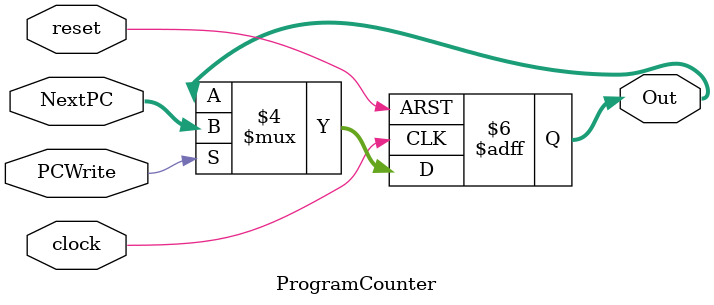
<source format=v>
`timescale 1ns / 1ps



module ProgramCounter #(parameter DIGIT = 32)(clock, reset, NextPC, PCWrite, Out);
	input clock;
	input reset;
	input      [DIGIT - 1 : 0] NextPC;
	input PCWrite;
	
	output reg [DIGIT - 1 : 0] Out;

	initial 
	begin
		Out = 'b0;
	end
	
	always @(posedge clock or posedge reset)
	begin 
		if(reset) 
			Out <= 'b0;
		else 
		begin
			if (PCWrite) 
				Out <= NextPC;
			else 
				Out <= Out;
		end
	end
endmodule

</source>
